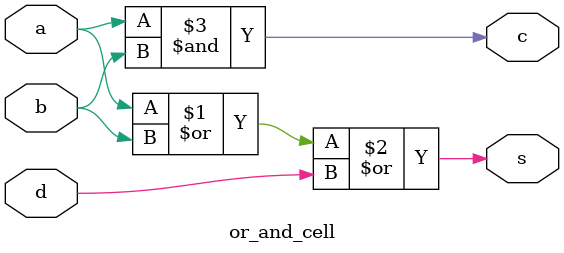
<source format=v>
`timescale 1ns / 1ps


module or_and_cell(a,b,d,s,c);
input a,b,d;
output s,c;
assign s=a|b|d;
assign c=a&b;

endmodule

</source>
